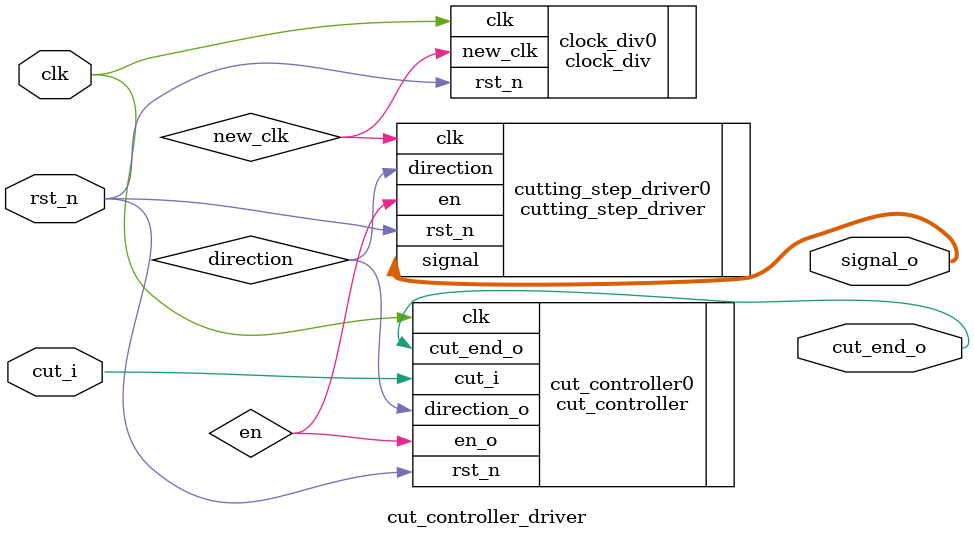
<source format=v>
module cut_controller_driver#(
    parameter define_speed = 10
)(
    input       clk,
    input       rst_n,
    
    // I/O with controller
    input       cut_i,
    output      cut_end_o,
    
    // I/O with motor
    output [3:0]signal_o
);
    wire en, direction;
    wire new_clk;

    cut_controller #(
        .define_speed(define_speed)
    )cut_controller0(
		.clk        (clk),
		.rst_n      (rst_n),
		.cut_i      (cut_i),
		.cut_end_o  (cut_end_o),
		.en_o       (en),
        .direction_o(direction)
    );
    
    clock_div #(
        .define_speed(define_speed)
    )clock_div0(
		.clk        (clk),
		.rst_n      (rst_n),
		.new_clk    (new_clk) 
    );
    
    cutting_step_driver cutting_step_driver0(
		.clk        (new_clk),
		.rst_n      (rst_n),
		.en         (en),
		.direction  (direction), 
		.signal     (signal_o)
    );

endmodule
</source>
